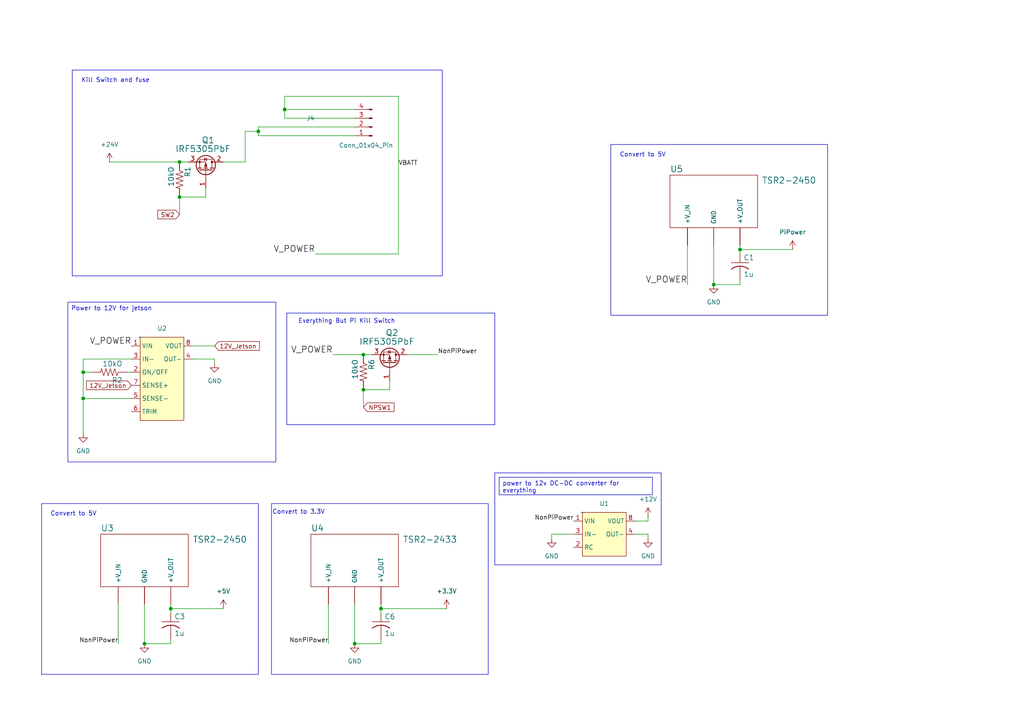
<source format=kicad_sch>
(kicad_sch (version 20250114) (generator "eeschema") (generator_version "9.0")
  (paper "A4")
  (lib_symbols
    (symbol "Connector:Conn_01x04_Pin" (pin_names (offset 1.016) (hide yes))
      (property "Reference" "J" (at 0 5.08 0))
      (property "Value" "Conn_01x04_Pin" (at 0 -7.62 0))
      (symbol "Conn_01x04_Pin_1_1"
        (rectangle (start 0.8636 2.667) (end 0 2.413) (stroke (width 0.1524)) (fill (type outline)))
        (rectangle (start 0.8636 0.127) (end 0 -0.127) (stroke (width 0.1524)) (fill (type outline)))
        (rectangle (start 0.8636 -2.413) (end 0 -2.667) (stroke (width 0.1524)) (fill (type outline)))
        (rectangle (start 0.8636 -4.953) (end 0 -5.207) (stroke (width 0.1524)) (fill (type outline)))
        (polyline (pts (xy 1.27 2.54) (xy 0.8636 2.54)) (stroke (width 0.1524)))
        (polyline (pts (xy 1.27 0) (xy 0.8636 0)) (stroke (width 0.1524)))
        (polyline (pts (xy 1.27 -2.54) (xy 0.8636 -2.54)) (stroke (width 0.1524)))
        (polyline (pts (xy 1.27 -5.08) (xy 0.8636 -5.08)) (stroke (width 0.1524)))
        (pin passive line (at 5.08 2.54 180) (length 3.81) (name "Pin_1") (number "1"))
        (pin passive line (at 5.08 0 180) (length 3.81) (name "Pin_2") (number "2"))
        (pin passive line (at 5.08 -2.54 180) (length 3.81) (name "Pin_3") (number "3"))
        (pin passive line (at 5.08 -5.08 180) (length 3.81) (name "Pin_4") (number "4"))
      )
    )
    (symbol "Custom:EHHD006A0B"
      (property "Reference" "U2" (at 6.35 2.54 0))
      (property "Value" "~" (at 0 0 0))
      (symbol "EHHD006A0B_1_1"
        (rectangle (start 0 0) (end 12.7 -24.13) (fill (type background)))
        (pin power_in line (at -2.54 -2.54 0) (length 2.54) (name "VIN") (number "1"))
        (pin power_in line (at -2.54 -6.35 0) (length 2.54) (name "IN-") (number "3"))
        (pin input line (at -2.54 -10.16 0) (length 2.54) (name "ON/OFF") (number "2"))
        (pin input line (at -2.54 -13.97 0) (length 2.54) (name "SENSE+") (number "7"))
        (pin input line (at -2.54 -17.78 0) (length 2.54) (name "SENSE-") (number "5"))
        (pin input line (at -2.54 -21.59 0) (length 2.54) (name "TRIM") (number "6"))
        (pin power_out line (at 15.24 -2.54 180) (length 2.54) (name "VOUT") (number "8"))
        (pin power_out line (at 15.24 -6.35 180) (length 2.54) (name "OUT-") (number "4"))
      )
    )
    (symbol "Custom:PKB2213D"
      (property "Reference" "U1" (at 6.35 2.54 0))
      (property "Value" "~" (at 0 0 0))
      (symbol "PKB2213D_1_1"
        (rectangle (start 0 0) (end 12.7 -12.7) (fill (type background)))
        (pin power_in line (at -2.54 -2.54 0) (length 2.54) (name "VIN") (number "1"))
        (pin power_in line (at -2.54 -6.35 0) (length 2.54) (name "IN-") (number "3"))
        (pin input line (at -2.54 -10.16 0) (length 2.54) (name "RC") (number "2"))
        (pin power_out line (at 15.24 -2.54 180) (length 2.54) (name "VOUT") (number "8"))
        (pin power_out line (at 15.24 -6.35 180) (length 2.54) (name "OUT-") (number "4"))
      )
    )
    (symbol "PowerboardRev5-eagle-import:C-USC0805" (pin_names (offset 1.016))
      (property "Reference" "C" (at 1.016 0.635 0))
      (property "Value" "C-USC0805" (at 1.016 -4.191 0))
      (symbol "C-USC0805_1_0"
        (polyline (pts (xy -2.54 0) (xy 2.54 0)))
        (arc (start 0 -0.9906) (mid 1.3163 -1.2156) (end 2.4892 -1.8542) (stroke (width 0.254)))
        (polyline (pts (xy 0 -1.016) (xy 0 -2.54)))
        (arc (start -2.4638 -1.8288) (mid -1.2956 -1.2294) (end 0 -1.016) (stroke (width 0.254)))
        (pin passive line (at 0 2.54 270) (length 2.54) (name "1") (number "1"))
        (pin passive line (at 0 -5.08 90) (length 2.54) (name "2") (number "2"))
      )
    )
    (symbol "PowerboardRev5-eagle-import:R-US_R0805" (pin_names (offset 1.016))
      (property "Reference" "R" (at -3.81 1.4986 0))
      (property "Value" "R-US_R0805" (at -3.81 -3.302 0))
      (symbol "R-US_R0805_1_0"
        (polyline (pts (xy -2.54 0) (xy -2.159 1.016)))
        (polyline (pts (xy -2.159 1.016) (xy -1.524 -1.016)))
        (polyline (pts (xy -1.524 -1.016) (xy -0.889 1.016)))
        (polyline (pts (xy -0.889 1.016) (xy -0.254 -1.016)))
        (polyline (pts (xy -0.254 -1.016) (xy 0.381 1.016)))
        (polyline (pts (xy 0.381 1.016) (xy 1.016 -1.016)))
        (polyline (pts (xy 1.016 -1.016) (xy 1.651 1.016)))
        (polyline (pts (xy 1.651 1.016) (xy 2.286 -1.016)))
        (polyline (pts (xy 2.286 -1.016) (xy 2.54 0)))
        (pin passive line (at -5.08 0 0) (length 2.54) (name "1") (number "1"))
        (pin passive line (at 5.08 0 180) (length 2.54) (name "2") (number "2"))
      )
    )
    (symbol "PowerboardRev5-eagle-import:TSR2-2450" (pin_names (offset 1.016))
      (property "Reference" "U" (at -12.7 8.382 0))
      (property "Value" "TSR2-2450" (at 5.08 8.382 0))
      (symbol "TSR2-2450_1_0"
        (polyline (pts (xy -12.7 7.62) (xy 12.7 7.62)))
        (polyline (pts (xy -12.7 -7.62) (xy -12.7 7.62)))
        (polyline (pts (xy 12.7 7.62) (xy 12.7 -7.62)))
        (polyline (pts (xy 12.7 -7.62) (xy -12.7 -7.62)))
        (pin power_in line (at -7.62 -12.7 90) (length 5.08) (name "+V_IN") (number "1"))
        (pin power_in line (at 0 -12.7 90) (length 5.08) (name "GND") (number "2"))
        (pin power_in line (at 7.62 -12.7 90) (length 5.08) (name "+V_OUT") (number "3"))
      )
    )
    (symbol "Transistor_FET:FQP27P06" (pin_names (hide yes))
      (property "Reference" "Q" (at 5.08 1.905 0))
      (property "Value" "FQP27P06" (at 5.08 0 0))
      (symbol "FQP27P06_0_1"
        (polyline (pts (xy 0.254 1.905) (xy 0.254 -1.905)) (stroke (width 0.254)))
        (polyline (pts (xy 0.254 0) (xy -2.54 0)))
        (polyline (pts (xy 0.762 2.286) (xy 0.762 1.27)) (stroke (width 0.254)))
        (polyline (pts (xy 0.762 1.778) (xy 3.302 1.778) (xy 3.302 -1.778) (xy 0.762 -1.778)))
        (polyline (pts (xy 0.762 0.508) (xy 0.762 -0.508)) (stroke (width 0.254)))
        (polyline (pts (xy 0.762 -1.27) (xy 0.762 -2.286)) (stroke (width 0.254)))
        (circle (center 1.651 0) (radius 2.794) (stroke (width 0.254)))
        (polyline (pts (xy 2.286 0) (xy 1.27 0.381) (xy 1.27 -0.381) (xy 2.286 0)) (fill (type outline)))
        (polyline (pts (xy 2.54 2.54) (xy 2.54 1.778)))
        (circle (center 2.54 1.778) (radius 0.254) (fill (type outline)))
        (circle (center 2.54 -1.778) (radius 0.254) (fill (type outline)))
        (polyline (pts (xy 2.54 -2.54) (xy 2.54 0) (xy 0.762 0)))
        (polyline (pts (xy 2.794 -0.508) (xy 2.921 -0.381) (xy 3.683 -0.381) (xy 3.81 -0.254)))
        (polyline (pts (xy 3.302 -0.381) (xy 2.921 0.254) (xy 3.683 0.254) (xy 3.302 -0.381)))
      )
      (symbol "FQP27P06_1_1"
        (pin input line (at -5.08 0 0) (length 2.54) (name "G") (number "1"))
        (pin passive line (at 2.54 5.08 270) (length 2.54) (name "D") (number "2"))
        (pin passive line (at 2.54 -5.08 90) (length 2.54) (name "S") (number "3"))
      )
    )
    (symbol "power:+12V" (power) (pin_names (offset 0))
      (property "Value" "+12V" (at 0 3.556 0))
      (symbol "+12V_0_1"
        (polyline (pts (xy -0.762 1.27) (xy 0 2.54)))
        (polyline (pts (xy 0 2.54) (xy 0.762 1.27)))
        (polyline (pts (xy 0 0) (xy 0 2.54)))
      )
      (symbol "+12V_1_1"
        (pin power_in line (at 0 0 90) (length 0) (hide yes) (name "+12V") (number "1"))
      )
    )
    (symbol "power:+24V" (power) (pin_names (offset 0))
      (property "Value" "+24V" (at 0 3.556 0))
      (symbol "+24V_0_1"
        (polyline (pts (xy -0.762 1.27) (xy 0 2.54)))
        (polyline (pts (xy 0 2.54) (xy 0.762 1.27)))
        (polyline (pts (xy 0 0) (xy 0 2.54)))
      )
      (symbol "+24V_1_1"
        (pin power_in line (at 0 0 90) (length 0) (hide yes) (name "+24V") (number "1"))
      )
    )
    (symbol "power:+3.3V" (power) (pin_names (offset 0))
      (property "Value" "+3.3V" (at 0 3.556 0))
      (symbol "+3.3V_0_1"
        (polyline (pts (xy -0.762 1.27) (xy 0 2.54)))
        (polyline (pts (xy 0 2.54) (xy 0.762 1.27)))
        (polyline (pts (xy 0 0) (xy 0 2.54)))
      )
      (symbol "+3.3V_1_1"
        (pin power_in line (at 0 0 90) (length 0) (hide yes) (name "+3.3V") (number "1"))
      )
    )
    (symbol "power:+5V" (power) (pin_names (offset 0))
      (property "Value" "+5V" (at 0 3.556 0))
      (symbol "+5V_0_1"
        (polyline (pts (xy -0.762 1.27) (xy 0 2.54)))
        (polyline (pts (xy 0 2.54) (xy 0.762 1.27)))
        (polyline (pts (xy 0 0) (xy 0 2.54)))
      )
      (symbol "+5V_1_1"
        (pin power_in line (at 0 0 90) (length 0) (hide yes) (name "+5V") (number "1"))
      )
    )
    (symbol "power:GND" (power) (pin_names (offset 0))
      (property "Value" "GND" (at 0 -3.81 0))
      (symbol "GND_0_1"
        (polyline (pts (xy 0 0) (xy 0 -1.27) (xy 1.27 -1.27) (xy 0 -2.54) (xy -1.27 -1.27) (xy 0 -1.27)))
      )
      (symbol "GND_1_1"
        (pin power_in line (at 0 0 270) (length 0) (hide yes) (name "GND") (number "1"))
      )
    )
  )
  (rectangle (start 83.185 90.805) (end 143.51 123.19))
  (rectangle (start 12.065 146.05) (end 74.93 195.58))
  (rectangle (start 78.74 146.05) (end 141.605 195.58))
  (rectangle (start 20.955 20.32) (end 128.27 80.01))
  (rectangle (start 177.165 41.91) (end 240.03 91.44))
  (rectangle (start 143.51 137.16) (end 191.77 163.83))
  (text "Convert to 3.3V\n" (at 86.614 148.59 0) (effects (font (size 1.27 1.27))))
  (text "Kill Switch and fuse" (at 33.528 23.368 0) (effects (font (size 1.27 1.27))))
  (text "Convert to 5V\n" (at 21.336 149.098 0) (effects (font (size 1.27 1.27))))
  (text "Convert to 5V\n" (at 186.436 44.958 0) (effects (font (size 1.27 1.27))))
  (text "Everything But Pi Kill Switch" (at 100.584 93.218 0) (effects (font (size 1.27 1.27))))
  (text_box "power to 12v DC-DC converter for everything" (at 144.78 138.43 0) (size 44.45 5.08) (margins 0.9525 0.9525 0.9525 0.9525) (effects (font (size 1.27 1.27)) (justify left top)))
  (text_box "Power to 12V for jetson\n" (at 19.685 87.63 0) (size 60.325 46.355) (margins 0.9525 0.9525 0.9525 0.9525) (effects (font (size 1.27 1.27)) (justify left top)))
  (junction (at 24.13 107.95))
  (junction (at 214.63 72.39))
  (junction (at 82.55 31.75))
  (junction (at 110.49 176.53))
  (junction (at 41.91 186.69))
  (junction (at 105.41 102.87))
  (junction (at 105.41 113.03))
  (junction (at 52.07 57.15))
  (junction (at 102.87 186.69))
  (junction (at 24.13 115.57))
  (junction (at 49.53 176.53))
  (junction (at 74.93 38.1))
  (junction (at 207.01 82.55))
  (junction (at 52.07 46.99))
  (wire (pts (xy 105.41 113.03) (xy 105.41 118.11)))
  (wire (pts (xy 24.13 104.14) (xy 38.1 104.14)))
  (wire (pts (xy 74.93 36.83) (xy 102.87 36.83)))
  (wire (pts (xy 24.13 107.95) (xy 26.67 107.95)))
  (wire (pts (xy 207.01 82.55) (xy 207.01 71.12)))
  (wire (pts (xy 74.93 36.83) (xy 74.93 38.1)))
  (wire (pts (xy 199.39 82.55) (xy 199.39 71.12)))
  (wire (pts (xy 71.12 38.1) (xy 74.93 38.1)))
  (wire (pts (xy 62.23 104.14) (xy 62.23 105.41)))
  (wire (pts (xy 49.53 175.26) (xy 49.53 176.53)))
  (wire (pts (xy 52.07 46.99) (xy 54.61 46.99)))
  (wire (pts (xy 24.13 107.95) (xy 24.13 104.14)))
  (wire (pts (xy 74.93 39.37) (xy 102.87 39.37)))
  (wire (pts (xy 24.13 115.57) (xy 24.13 125.73)))
  (wire (pts (xy 49.53 186.69) (xy 41.91 186.69)))
  (wire (pts (xy 184.15 151.13) (xy 187.96 151.13)))
  (wire (pts (xy 214.63 72.39) (xy 214.63 73.66)))
  (wire (pts (xy 74.93 38.1) (xy 74.93 39.37)))
  (wire (pts (xy 59.69 54.61) (xy 59.69 57.15)))
  (wire (pts (xy 102.87 186.69) (xy 102.87 175.26)))
  (wire (pts (xy 31.75 46.99) (xy 52.07 46.99)))
  (wire (pts (xy 105.41 102.87) (xy 107.95 102.87)))
  (wire (pts (xy 49.53 185.42) (xy 49.53 186.69)))
  (wire (pts (xy 118.11 102.87) (xy 127 102.87)))
  (wire (pts (xy 82.55 27.94) (xy 82.55 31.75)))
  (wire (pts (xy 82.55 31.75) (xy 102.87 31.75)))
  (wire (pts (xy 110.49 175.26) (xy 110.49 176.53)))
  (wire (pts (xy 71.12 38.1) (xy 71.12 46.99)))
  (wire (pts (xy 55.88 104.14) (xy 62.23 104.14)))
  (wire (pts (xy 34.29 186.69) (xy 34.29 175.26)))
  (wire (pts (xy 52.07 57.15) (xy 52.07 62.23)))
  (wire (pts (xy 64.77 46.99) (xy 71.12 46.99)))
  (wire (pts (xy 214.63 71.12) (xy 214.63 72.39)))
  (wire (pts (xy 55.88 100.33) (xy 62.23 100.33)))
  (wire (pts (xy 24.13 115.57) (xy 38.1 115.57)))
  (wire (pts (xy 115.57 27.94) (xy 115.57 73.66)))
  (wire (pts (xy 110.49 185.42) (xy 110.49 186.69)))
  (wire (pts (xy 82.55 31.75) (xy 82.55 34.29)))
  (wire (pts (xy 36.83 107.95) (xy 38.1 107.95)))
  (wire (pts (xy 24.13 115.57) (xy 24.13 107.95)))
  (wire (pts (xy 41.91 186.69) (xy 41.91 175.26)))
  (wire (pts (xy 95.25 186.69) (xy 95.25 175.26)))
  (wire (pts (xy 82.55 34.29) (xy 102.87 34.29)))
  (wire (pts (xy 52.07 57.15) (xy 59.69 57.15)))
  (wire (pts (xy 214.63 81.28) (xy 214.63 82.55)))
  (wire (pts (xy 49.53 176.53) (xy 49.53 177.8)))
  (wire (pts (xy 184.15 154.94) (xy 187.96 154.94)))
  (wire (pts (xy 214.63 72.39) (xy 229.87 72.39)))
  (wire (pts (xy 115.57 27.94) (xy 82.55 27.94)))
  (wire (pts (xy 110.49 176.53) (xy 110.49 177.8)))
  (wire (pts (xy 91.44 73.66) (xy 115.57 73.66)))
  (wire (pts (xy 96.52 102.87) (xy 105.41 102.87)))
  (wire (pts (xy 187.96 154.94) (xy 187.96 156.21)))
  (wire (pts (xy 105.41 113.03) (xy 113.03 113.03)))
  (wire (pts (xy 110.49 176.53) (xy 129.54 176.53)))
  (wire (pts (xy 187.96 151.13) (xy 187.96 149.86)))
  (wire (pts (xy 110.49 186.69) (xy 102.87 186.69)))
  (wire (pts (xy 49.53 176.53) (xy 64.77 176.53)))
  (wire (pts (xy 160.02 156.21) (xy 160.02 154.94)))
  (wire (pts (xy 113.03 110.49) (xy 113.03 113.03)))
  (wire (pts (xy 160.02 154.94) (xy 166.37 154.94)))
  (wire (pts (xy 214.63 82.55) (xy 207.01 82.55)))
  (label "V_POWER" (at 199.39 82.55 180) (effects (font (size 1.778 1.778))))
  (label "NonPiPower" (at 95.25 186.69 180))
  (label "NonPiPower" (at 34.29 186.69 180))
  (label "V_POWER" (at 38.1 100.33 180) (effects (font (size 1.778 1.778))))
  (label "NonPiPower" (at 127 102.87 0))
  (label "VBATT" (at 115.57 48.26 0))
  (label "V_POWER" (at 91.44 73.66 180) (effects (font (size 1.778 1.778))))
  (label "NonPiPower" (at 166.37 151.13 180))
  (label "V_POWER" (at 96.52 102.87 180) (effects (font (size 1.778 1.778))))
  (global_label "SW2" (shape input) (at 52.07 62.23 180) (property "Intersheetrefs" "${INTERSHEET_REFS}" (effects (hide yes))))
  (global_label "12V_Jetson" (shape input) (at 62.23 100.33 0) (property "Intersheetrefs" "${INTERSHEET_REFS}" (effects (hide yes))))
  (global_label "12V_Jetson" (shape input) (at 38.1 111.76 180) (property "Intersheetrefs" "${INTERSHEET_REFS}" (effects (hide yes))))
  (global_label "NPSW1" (shape input) (at 105.41 118.11 0) (property "Intersheetrefs" "${INTERSHEET_REFS}" (effects (hide yes))))
  (symbol (lib_id "Connector:Conn_01x04_Pin") (at 107.95 36.83 180) (unit 1)
    (property "Reference" "J4" (at 88.9 34.2899 0) (effects (justify right)))
    (property "Value" "Conn_01x04_Pin" (at 98.298 42.164 0) (effects (justify right)))
    (property "Footprint" "Fuse:1.25__FUSECLIPS" (effects (hide yes)))
    (property "Description" "Generic connector, single row, 01x04, script generated" (effects (hide yes)))
  )
  (symbol (lib_id "power:+24V") (at 31.75 46.99 0) (unit 1)
    (property "Reference" "#PWR016" (effects (hide yes)))
    (property "Value" "+24V" (at 31.75 41.91 0))
  )
  (symbol (lib_id "power:+12V") (at 187.96 149.86 0) (unit 1)
    (property "Reference" "#PWR017" (effects (hide yes)))
    (property "Value" "+12V" (at 187.96 144.78 0))
  )
  (symbol (lib_id "PowerboardRev5-eagle-import:TSR2-2450") (at 102.87 162.56 0) (unit 1)
    (property "Reference" "U4" (at 90.17 154.178 0) (effects (font (size 1.778 1.778)) (justify left bottom)))
    (property "Value" "TSR2-2433" (at 116.84 157.48 0) (effects (font (size 1.778 1.778)) (justify left bottom)))
    (property "Footprint" "Custom:TSR2 DC/DC Converter" (effects (hide yes)))
    (property "Datasheet" "https://www.tracopower.com/products/tsr2.pdf" (effects (hide yes)))
  )
  (symbol (lib_id "power:+5V") (at 64.77 176.53 0) (unit 1)
    (property "Reference" "#PWR019" (effects (hide yes)))
    (property "Value" "+5V" (at 64.77 171.45 0))
  )
  (symbol (lib_id "power:GND") (at 24.13 125.73 0) (unit 1)
    (property "Reference" "#PWR08" (effects (hide yes)))
    (property "Value" "GND" (at 24.13 130.81 0))
  )
  (symbol (lib_id "PowerboardRev5-eagle-import:C-USC0805") (at 49.53 180.34 0) (unit 1)
    (property "Reference" "C3" (at 50.546 179.705 0) (effects (font (size 1.4986 1.4986)) (justify left bottom)))
    (property "Value" "1u" (at 50.546 184.531 0) (effects (font (size 1.4986 1.4986)) (justify left bottom)))
    (property "Footprint" "Capacitor_SMD:C_0805_2012Metric_Pad1.18x1.45mm_HandSolder" (effects (hide yes)))
  )
  (symbol (lib_id "power:GND") (at 160.02 156.21 0) (unit 1)
    (property "Reference" "#PWR06" (effects (hide yes)))
    (property "Value" "GND" (at 160.02 161.29 0))
  )
  (symbol (lib_id "power:GND") (at 187.96 156.21 0) (unit 1)
    (property "Reference" "#PWR07" (effects (hide yes)))
    (property "Value" "GND" (at 187.96 161.29 0))
  )
  (symbol (lib_id "power:+5V") (at 229.87 72.39 0) (unit 1)
    (property "Reference" "#PWR02" (effects (hide yes)))
    (property "Value" "PiPower" (at 229.87 67.31 0))
  )
  (symbol (lib_id "Custom:EHHD006A0B") (at 40.64 97.79 0) (unit 1)
    (property "Reference" "U2" (at 46.99 95.25 0))
    (property "Value" "~" (at 40.64 97.79 0))
    (property "Footprint" "Custom:72W_CONV" (effects (hide yes)))
    (property "Datasheet" "https://flexpowermodules.com/resources/fpm-techspec-pkb2213d" (effects (hide yes)))
  )
  (symbol (lib_id "PowerboardRev5-eagle-import:R-US_R0805") (at 105.41 107.95 270) (unit 1)
    (property "Reference" "R6" (at 106.9086 104.14 0) (effects (font (size 1.4986 1.4986)) (justify left bottom)))
    (property "Value" "10kO" (at 102.108 104.14 0) (effects (font (size 1.4986 1.4986)) (justify left bottom)))
    (property "Footprint" "Resistor_SMD:R_0805_2012Metric_Pad1.20x1.40mm_HandSolder" (effects (hide yes)))
  )
  (symbol (lib_id "power:GND") (at 207.01 82.55 0) (unit 1)
    (property "Reference" "#PWR01" (effects (hide yes)))
    (property "Value" "GND" (at 207.01 87.63 0))
  )
  (symbol (lib_id "PowerboardRev5-eagle-import:R-US_R0805") (at 31.75 107.95 180) (unit 1)
    (property "Reference" "R2" (at 35.56 109.4486 0) (effects (font (size 1.4986 1.4986)) (justify left bottom)))
    (property "Value" "10kO" (at 35.56 104.648 0) (effects (font (size 1.4986 1.4986)) (justify left bottom)))
    (property "Footprint" "Resistor_SMD:R_0805_2012Metric_Pad1.20x1.40mm_HandSolder" (effects (hide yes)))
  )
  (symbol (lib_id "PowerboardRev5-eagle-import:C-USC0805") (at 110.49 180.34 0) (unit 1)
    (property "Reference" "C6" (at 111.506 179.705 0) (effects (font (size 1.4986 1.4986)) (justify left bottom)))
    (property "Value" "1u" (at 111.506 184.531 0) (effects (font (size 1.4986 1.4986)) (justify left bottom)))
    (property "Footprint" "Capacitor_SMD:C_0805_2012Metric_Pad1.18x1.45mm_HandSolder" (effects (hide yes)))
  )
  (symbol (lib_id "PowerboardRev5-eagle-import:C-USC0805") (at 214.63 76.2 0) (unit 1)
    (property "Reference" "C1" (at 215.646 75.565 0) (effects (font (size 1.4986 1.4986)) (justify left bottom)))
    (property "Value" "1u" (at 215.646 80.391 0) (effects (font (size 1.4986 1.4986)) (justify left bottom)))
    (property "Footprint" "Capacitor_SMD:C_0805_2012Metric_Pad1.18x1.45mm_HandSolder" (effects (hide yes)))
  )
  (symbol (lib_id "power:GND") (at 102.87 186.69 0) (unit 1)
    (property "Reference" "#PWR014" (effects (hide yes)))
    (property "Value" "GND" (at 102.87 191.77 0))
  )
  (symbol (lib_id "power:GND") (at 62.23 105.41 0) (unit 1)
    (property "Reference" "#PWR010" (effects (hide yes)))
    (property "Value" "GND" (at 62.23 110.49 0))
  )
  (symbol (lib_id "power:GND") (at 41.91 186.69 0) (unit 1)
    (property "Reference" "#PWR015" (effects (hide yes)))
    (property "Value" "GND" (at 41.91 191.77 0))
  )
  (symbol (lib_id "PowerboardRev5-eagle-import:TSR2-2450") (at 207.01 58.42 0) (unit 1)
    (property "Reference" "U5" (at 194.31 50.038 0) (effects (font (size 1.778 1.778)) (justify left bottom)))
    (property "Value" "TSR2-2450" (at 220.98 53.34 0) (effects (font (size 1.778 1.778)) (justify left bottom)))
    (property "Footprint" "Custom:TSR2 DC/DC Converter" (effects (hide yes)))
    (property "Datasheet" "https://www.tracopower.com/products/tsr2.pdf" (effects (hide yes)))
  )
  (symbol (lib_id "PowerboardRev5-eagle-import:TSR2-2450") (at 41.91 162.56 0) (unit 1)
    (property "Reference" "U3" (at 29.21 154.178 0) (effects (font (size 1.778 1.778)) (justify left bottom)))
    (property "Value" "TSR2-2450" (at 55.88 157.48 0) (effects (font (size 1.778 1.778)) (justify left bottom)))
    (property "Footprint" "Custom:TSR2 DC/DC Converter" (effects (hide yes)))
    (property "Datasheet" "https://www.tracopower.com/products/tsr2.pdf" (effects (hide yes)))
  )
  (symbol (lib_id "Transistor_FET:FQP27P06") (at 113.03 105.41 270) (mirror x) (unit 1)
    (property "Reference" "Q2" (at 111.76 96.52 90) (effects (font (size 1.778 1.778)) (justify left)))
    (property "Value" "IRF5305PbF" (at 104.14 99.06 90) (effects (font (size 1.778 1.778)) (justify left)))
    (property "Footprint" "Package_TO_SOT_THT:TO-220-3_Vertical" (effects (hide yes)))
    (property "Datasheet" "https://www.infineon.com/assets/row/public/documents/24/49/infineon-irf5305-datasheet-en.pdf?fileId=5546d462533600a4015355e370101993" (effects (hide yes)))
  )
  (symbol (lib_id "Transistor_FET:FQP27P06") (at 59.69 49.53 270) (mirror x) (unit 1)
    (property "Reference" "Q1" (at 58.42 40.64 90) (effects (font (size 1.778 1.778)) (justify left)))
    (property "Value" "IRF5305PbF" (at 50.8 43.18 90) (effects (font (size 1.778 1.778)) (justify left)))
    (property "Footprint" "Package_TO_SOT_THT:TO-220-3_Vertical" (effects (hide yes)))
    (property "Datasheet" "https://www.infineon.com/assets/row/public/documents/24/49/infineon-irf5305-datasheet-en.pdf?fileId=5546d462533600a4015355e370101993" (effects (hide yes)))
  )
  (symbol (lib_id "PowerboardRev5-eagle-import:R-US_R0805") (at 52.07 52.07 270) (unit 1)
    (property "Reference" "R1" (at 53.5686 48.26 0) (effects (font (size 1.4986 1.4986)) (justify left bottom)))
    (property "Value" "10kO" (at 48.768 48.26 0) (effects (font (size 1.4986 1.4986)) (justify left bottom)))
    (property "Footprint" "Resistor_SMD:R_0805_2012Metric_Pad1.20x1.40mm_HandSolder" (effects (hide yes)))
  )
  (symbol (lib_id "Custom:PKB2213D") (at 168.91 148.59 0) (unit 1)
    (property "Reference" "U1" (at 175.26 146.05 0))
    (property "Value" "~" (at 168.91 148.59 0))
    (property "Footprint" "Custom:240W_CONV" (effects (hide yes)))
  )
  (symbol (lib_id "power:+3.3V") (at 129.54 176.53 0) (unit 1)
    (property "Reference" "#PWR020" (effects (hide yes)))
    (property "Value" "+3.3V" (at 129.54 171.45 0))
  )
)
</source>
